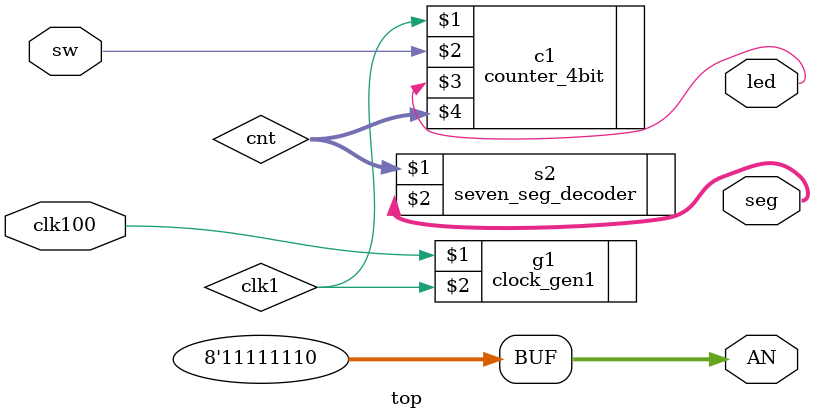
<source format=v>
`timescale 1ns / 1ps


module top(sw, clk100, led, seg, AN);

    input       sw;
    input       clk100;
    output      led;
    output      [6:0] seg;
    output      [7:0] AN;
    
    wire clk1;
    wire [3:0] cnt;
    
    assign AN = 8'b1111_1110;
    
    //                          (clk   , clkSlow)
    clock_gen1          g1      (clk100,    clk1);
    
    //                          (clk,   clk_en, carry_out,  Q)
    counter_4bit        c1      (clk1,  sw,     led,        cnt);
    
    //                          (SW , seg)
    seven_seg_decoder   s2      (cnt, seg);

endmodule

</source>
